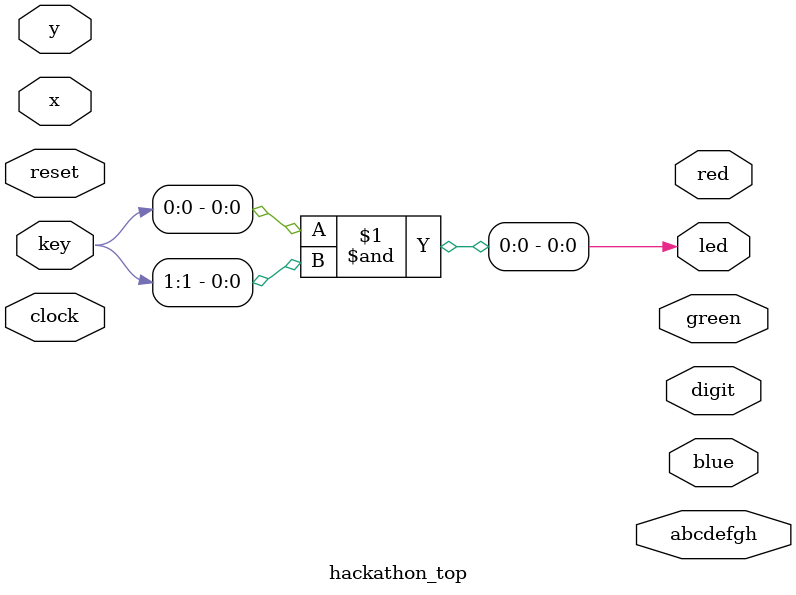
<source format=sv>

module hackathon_top
(
    input  logic       clock,
    input  logic       reset,

    input  logic [7:0] key,
    output logic [7:0] led,

    // A dynamic seven-segment display

    output logic [7:0] abcdefgh,
    output logic [7:0] digit,

    // LCD screen interface

    input  logic [8:0] x,
    input  logic [8:0] y,

    output logic [4:0] red,
    output logic [5:0] green,
    output logic [4:0] blue
);

assign led [0] = key [0] & key [1];

/*
    logic pulse;

    strobe_gen # (.clk_mhz (27), .strobe_hz (30))
    i_strobe_gen (clock, reset, pulse);

    logic [7:0] counter;

    always_ff @ (posedge clock)
        if (reset)
            counter <= 0;
        else if (pulse)
            counter <= counter + 8'b1 + 8'(key[0]) - 8'(key[1]);

    always_comb
    begin
        red = 0; green = 0; blue = 0;

        if (  x > 100 + counter * 2 & x < 150 + counter * 2
            & y > 100 + counter     & y < 200 + counter )
        begin
            red   = 30;
            blue  = key[1] ? x[4:0] : '0;
        end

        if ((x - counter) * (x - counter) + y * y < 100 ** 2)
            blue = 30;

        if (x * y > 100 ** 2)
            green = 10;
    end

    assign led = counter;

    seven_segment_display # (.w_digit (8)) i_7segment
    (
        .clk      ( clock    ),
        .rst      ( reset    ),
        .number   ( { 24'd0 , counter } ),
        .dots     ( 8'd0     ),
        .abcdefgh ( abcdefgh ),
        .digit    ( digit    )
    );
*/

endmodule

</source>
